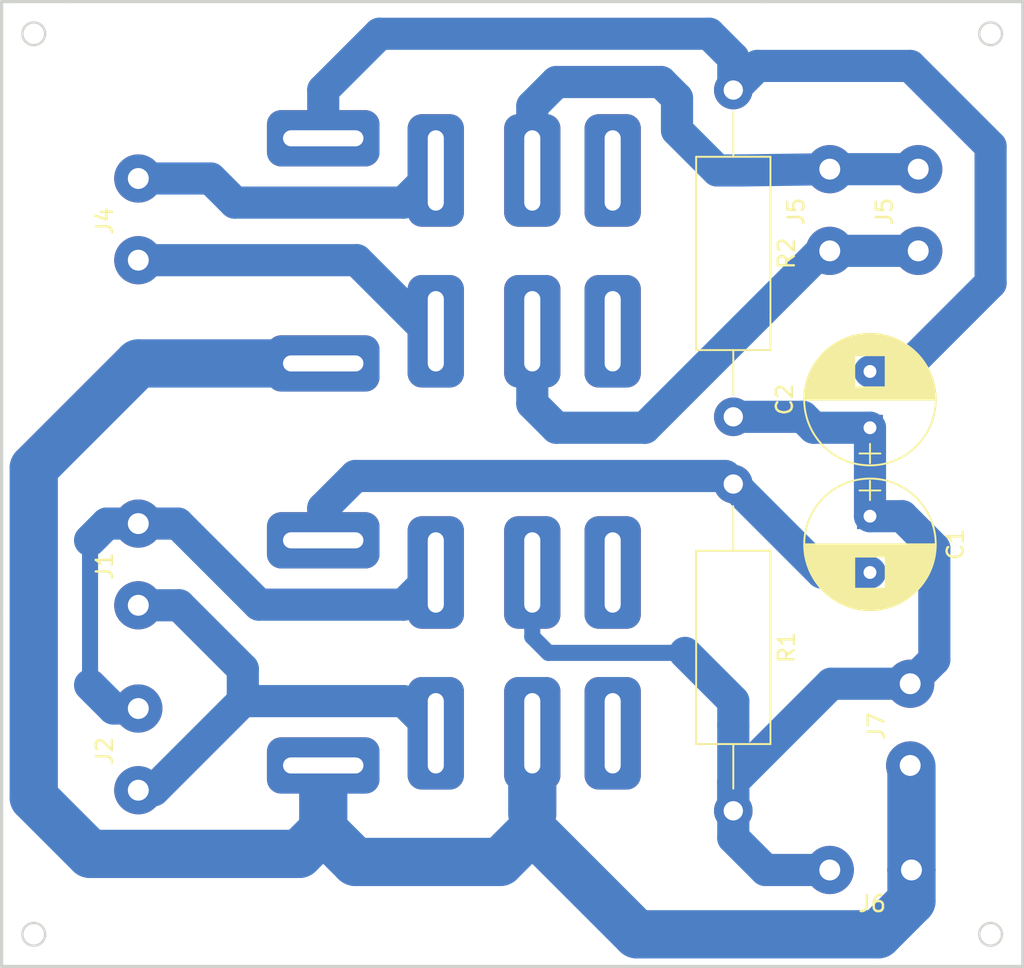
<source format=kicad_pcb>
(kicad_pcb (version 20171130) (host pcbnew "(5.0.0)")

  (general
    (thickness 1.6)
    (drawings 12)
    (tracks 94)
    (zones 0)
    (modules 13)
    (nets 13)
  )

  (page A4)
  (layers
    (0 F.Cu signal)
    (31 B.Cu signal)
    (32 B.Adhes user)
    (33 F.Adhes user)
    (34 B.Paste user)
    (35 F.Paste user)
    (36 B.SilkS user)
    (37 F.SilkS user)
    (38 B.Mask user)
    (39 F.Mask user)
    (40 Dwgs.User user)
    (41 Cmts.User user)
    (42 Eco1.User user)
    (43 Eco2.User user)
    (44 Edge.Cuts user)
    (45 Margin user)
    (46 B.CrtYd user)
    (47 F.CrtYd user)
    (48 B.Fab user)
    (49 F.Fab user)
  )

  (setup
    (last_trace_width 2)
    (user_trace_width 1)
    (user_trace_width 1.5)
    (user_trace_width 2)
    (trace_clearance 0.2)
    (zone_clearance 0.508)
    (zone_45_only no)
    (trace_min 0.2)
    (segment_width 0.2)
    (edge_width 0.15)
    (via_size 0.8)
    (via_drill 0.4)
    (via_min_size 0.4)
    (via_min_drill 0.3)
    (uvia_size 0.3)
    (uvia_drill 0.1)
    (uvias_allowed no)
    (uvia_min_size 0.2)
    (uvia_min_drill 0.1)
    (pcb_text_width 0.3)
    (pcb_text_size 1.5 1.5)
    (mod_edge_width 0.15)
    (mod_text_size 1 1)
    (mod_text_width 0.15)
    (pad_size 1.524 1.524)
    (pad_drill 0.762)
    (pad_to_mask_clearance 0.2)
    (aux_axis_origin 0 0)
    (visible_elements FFFFFF7F)
    (pcbplotparams
      (layerselection 0x00000_fffffffe)
      (usegerberextensions false)
      (usegerberattributes false)
      (usegerberadvancedattributes false)
      (creategerberjobfile false)
      (excludeedgelayer false)
      (linewidth 0.100000)
      (plotframeref false)
      (viasonmask false)
      (mode 1)
      (useauxorigin false)
      (hpglpennumber 1)
      (hpglpenspeed 20)
      (hpglpendiameter 15.000000)
      (psnegative false)
      (psa4output false)
      (plotreference false)
      (plotvalue false)
      (plotinvisibletext false)
      (padsonsilk true)
      (subtractmaskfromsilk false)
      (outputformat 3)
      (mirror false)
      (drillshape 2)
      (scaleselection 1)
      (outputdirectory "./"))
  )

  (net 0 "")
  (net 1 "Net-(C1-Pad2)")
  (net 2 VCC)
  (net 3 "Net-(C2-Pad2)")
  (net 4 "Net-(J1-Pad2)")
  (net 5 "Net-(J1-Pad1)")
  (net 6 "Net-(J3-Pad2)")
  (net 7 "Net-(J3-Pad1)")
  (net 8 "Net-(J4-Pad2)")
  (net 9 "Net-(J4-Pad1)")
  (net 10 GND)
  (net 11 "Net-(K2-Pad7)")
  (net 12 "Net-(K2-Pad2)")

  (net_class Default "This is the default net class."
    (clearance 0.2)
    (trace_width 1)
    (via_dia 0.8)
    (via_drill 0.4)
    (uvia_dia 0.3)
    (uvia_drill 0.1)
    (add_net GND)
    (add_net "Net-(C1-Pad2)")
    (add_net "Net-(C2-Pad2)")
    (add_net "Net-(J1-Pad1)")
    (add_net "Net-(J1-Pad2)")
    (add_net "Net-(J3-Pad1)")
    (add_net "Net-(J3-Pad2)")
    (add_net "Net-(J4-Pad1)")
    (add_net "Net-(J4-Pad2)")
    (add_net "Net-(K2-Pad2)")
    (add_net "Net-(K2-Pad7)")
    (add_net VCC)
  )

  (module KiCadCustomLibs:Conn_Power (layer F.Cu) (tedit 5B65F2C3) (tstamp 5CCDE1E2)
    (at 165.5 37.46 90)
    (path /5CCDB73B)
    (fp_text reference J5 (at -0.1 -2.1 90) (layer F.SilkS)
      (effects (font (size 1 1) (thickness 0.15)))
    )
    (fp_text value BAT (at 0 2.1 90) (layer F.Fab)
      (effects (font (size 1 1) (thickness 0.15)))
    )
    (pad 2 thru_hole circle (at 2.54 0 90) (size 3 3) (drill 1.3) (layers *.Cu *.Mask)
      (net 6 "Net-(J3-Pad2)"))
    (pad 1 thru_hole circle (at -2.54 0 90) (size 3 3) (drill 1.3) (layers *.Cu *.Mask)
      (net 7 "Net-(J3-Pad1)"))
  )

  (module Capacitors_THT:CP_Radial_D8.0mm_P3.50mm (layer F.Cu) (tedit 597BC7C2) (tstamp 5CCDC6EE)
    (at 168 56.5 270)
    (descr "CP, Radial series, Radial, pin pitch=3.50mm, , diameter=8mm, Electrolytic Capacitor")
    (tags "CP Radial series Radial pin pitch 3.50mm  diameter 8mm Electrolytic Capacitor")
    (path /5CCDB34B)
    (fp_text reference C1 (at 1.75 -5.31 270) (layer F.SilkS)
      (effects (font (size 1 1) (thickness 0.15)))
    )
    (fp_text value 100uF (at 1.75 5.31 270) (layer F.Fab)
      (effects (font (size 1 1) (thickness 0.15)))
    )
    (fp_text user %R (at 1.75 0 270) (layer F.Fab)
      (effects (font (size 1 1) (thickness 0.15)))
    )
    (fp_line (start 6.1 -4.35) (end -2.6 -4.35) (layer F.CrtYd) (width 0.05))
    (fp_line (start 6.1 4.35) (end 6.1 -4.35) (layer F.CrtYd) (width 0.05))
    (fp_line (start -2.6 4.35) (end 6.1 4.35) (layer F.CrtYd) (width 0.05))
    (fp_line (start -2.6 -4.35) (end -2.6 4.35) (layer F.CrtYd) (width 0.05))
    (fp_line (start -1.6 -0.65) (end -1.6 0.65) (layer F.SilkS) (width 0.12))
    (fp_line (start -2.2 0) (end -1 0) (layer F.SilkS) (width 0.12))
    (fp_line (start 5.831 -0.246) (end 5.831 0.246) (layer F.SilkS) (width 0.12))
    (fp_line (start 5.791 -0.598) (end 5.791 0.598) (layer F.SilkS) (width 0.12))
    (fp_line (start 5.751 -0.814) (end 5.751 0.814) (layer F.SilkS) (width 0.12))
    (fp_line (start 5.711 -0.983) (end 5.711 0.983) (layer F.SilkS) (width 0.12))
    (fp_line (start 5.671 -1.127) (end 5.671 1.127) (layer F.SilkS) (width 0.12))
    (fp_line (start 5.631 -1.254) (end 5.631 1.254) (layer F.SilkS) (width 0.12))
    (fp_line (start 5.591 -1.369) (end 5.591 1.369) (layer F.SilkS) (width 0.12))
    (fp_line (start 5.551 -1.473) (end 5.551 1.473) (layer F.SilkS) (width 0.12))
    (fp_line (start 5.511 -1.57) (end 5.511 1.57) (layer F.SilkS) (width 0.12))
    (fp_line (start 5.471 -1.66) (end 5.471 1.66) (layer F.SilkS) (width 0.12))
    (fp_line (start 5.431 -1.745) (end 5.431 1.745) (layer F.SilkS) (width 0.12))
    (fp_line (start 5.391 -1.826) (end 5.391 1.826) (layer F.SilkS) (width 0.12))
    (fp_line (start 5.351 -1.902) (end 5.351 1.902) (layer F.SilkS) (width 0.12))
    (fp_line (start 5.311 -1.974) (end 5.311 1.974) (layer F.SilkS) (width 0.12))
    (fp_line (start 5.271 -2.043) (end 5.271 2.043) (layer F.SilkS) (width 0.12))
    (fp_line (start 5.231 -2.109) (end 5.231 2.109) (layer F.SilkS) (width 0.12))
    (fp_line (start 5.191 -2.173) (end 5.191 2.173) (layer F.SilkS) (width 0.12))
    (fp_line (start 5.151 -2.234) (end 5.151 2.234) (layer F.SilkS) (width 0.12))
    (fp_line (start 5.111 -2.293) (end 5.111 2.293) (layer F.SilkS) (width 0.12))
    (fp_line (start 5.071 -2.349) (end 5.071 2.349) (layer F.SilkS) (width 0.12))
    (fp_line (start 5.031 -2.404) (end 5.031 2.404) (layer F.SilkS) (width 0.12))
    (fp_line (start 4.991 -2.457) (end 4.991 2.457) (layer F.SilkS) (width 0.12))
    (fp_line (start 4.951 -2.508) (end 4.951 2.508) (layer F.SilkS) (width 0.12))
    (fp_line (start 4.911 -2.557) (end 4.911 2.557) (layer F.SilkS) (width 0.12))
    (fp_line (start 4.871 -2.605) (end 4.871 2.605) (layer F.SilkS) (width 0.12))
    (fp_line (start 4.831 -2.652) (end 4.831 2.652) (layer F.SilkS) (width 0.12))
    (fp_line (start 4.791 -2.697) (end 4.791 2.697) (layer F.SilkS) (width 0.12))
    (fp_line (start 4.751 -2.74) (end 4.751 2.74) (layer F.SilkS) (width 0.12))
    (fp_line (start 4.711 -2.783) (end 4.711 2.783) (layer F.SilkS) (width 0.12))
    (fp_line (start 4.671 -2.824) (end 4.671 2.824) (layer F.SilkS) (width 0.12))
    (fp_line (start 4.631 -2.865) (end 4.631 2.865) (layer F.SilkS) (width 0.12))
    (fp_line (start 4.591 -2.904) (end 4.591 2.904) (layer F.SilkS) (width 0.12))
    (fp_line (start 4.551 -2.942) (end 4.551 2.942) (layer F.SilkS) (width 0.12))
    (fp_line (start 4.511 -2.979) (end 4.511 2.979) (layer F.SilkS) (width 0.12))
    (fp_line (start 4.471 0.98) (end 4.471 3.015) (layer F.SilkS) (width 0.12))
    (fp_line (start 4.471 -3.015) (end 4.471 -0.98) (layer F.SilkS) (width 0.12))
    (fp_line (start 4.431 0.98) (end 4.431 3.05) (layer F.SilkS) (width 0.12))
    (fp_line (start 4.431 -3.05) (end 4.431 -0.98) (layer F.SilkS) (width 0.12))
    (fp_line (start 4.391 0.98) (end 4.391 3.084) (layer F.SilkS) (width 0.12))
    (fp_line (start 4.391 -3.084) (end 4.391 -0.98) (layer F.SilkS) (width 0.12))
    (fp_line (start 4.351 0.98) (end 4.351 3.118) (layer F.SilkS) (width 0.12))
    (fp_line (start 4.351 -3.118) (end 4.351 -0.98) (layer F.SilkS) (width 0.12))
    (fp_line (start 4.311 0.98) (end 4.311 3.15) (layer F.SilkS) (width 0.12))
    (fp_line (start 4.311 -3.15) (end 4.311 -0.98) (layer F.SilkS) (width 0.12))
    (fp_line (start 4.271 0.98) (end 4.271 3.182) (layer F.SilkS) (width 0.12))
    (fp_line (start 4.271 -3.182) (end 4.271 -0.98) (layer F.SilkS) (width 0.12))
    (fp_line (start 4.231 0.98) (end 4.231 3.213) (layer F.SilkS) (width 0.12))
    (fp_line (start 4.231 -3.213) (end 4.231 -0.98) (layer F.SilkS) (width 0.12))
    (fp_line (start 4.191 0.98) (end 4.191 3.243) (layer F.SilkS) (width 0.12))
    (fp_line (start 4.191 -3.243) (end 4.191 -0.98) (layer F.SilkS) (width 0.12))
    (fp_line (start 4.151 0.98) (end 4.151 3.272) (layer F.SilkS) (width 0.12))
    (fp_line (start 4.151 -3.272) (end 4.151 -0.98) (layer F.SilkS) (width 0.12))
    (fp_line (start 4.111 0.98) (end 4.111 3.301) (layer F.SilkS) (width 0.12))
    (fp_line (start 4.111 -3.301) (end 4.111 -0.98) (layer F.SilkS) (width 0.12))
    (fp_line (start 4.071 0.98) (end 4.071 3.329) (layer F.SilkS) (width 0.12))
    (fp_line (start 4.071 -3.329) (end 4.071 -0.98) (layer F.SilkS) (width 0.12))
    (fp_line (start 4.031 0.98) (end 4.031 3.356) (layer F.SilkS) (width 0.12))
    (fp_line (start 4.031 -3.356) (end 4.031 -0.98) (layer F.SilkS) (width 0.12))
    (fp_line (start 3.991 0.98) (end 3.991 3.383) (layer F.SilkS) (width 0.12))
    (fp_line (start 3.991 -3.383) (end 3.991 -0.98) (layer F.SilkS) (width 0.12))
    (fp_line (start 3.951 0.98) (end 3.951 3.408) (layer F.SilkS) (width 0.12))
    (fp_line (start 3.951 -3.408) (end 3.951 -0.98) (layer F.SilkS) (width 0.12))
    (fp_line (start 3.911 0.98) (end 3.911 3.434) (layer F.SilkS) (width 0.12))
    (fp_line (start 3.911 -3.434) (end 3.911 -0.98) (layer F.SilkS) (width 0.12))
    (fp_line (start 3.871 0.98) (end 3.871 3.458) (layer F.SilkS) (width 0.12))
    (fp_line (start 3.871 -3.458) (end 3.871 -0.98) (layer F.SilkS) (width 0.12))
    (fp_line (start 3.831 0.98) (end 3.831 3.482) (layer F.SilkS) (width 0.12))
    (fp_line (start 3.831 -3.482) (end 3.831 -0.98) (layer F.SilkS) (width 0.12))
    (fp_line (start 3.791 0.98) (end 3.791 3.505) (layer F.SilkS) (width 0.12))
    (fp_line (start 3.791 -3.505) (end 3.791 -0.98) (layer F.SilkS) (width 0.12))
    (fp_line (start 3.751 0.98) (end 3.751 3.528) (layer F.SilkS) (width 0.12))
    (fp_line (start 3.751 -3.528) (end 3.751 -0.98) (layer F.SilkS) (width 0.12))
    (fp_line (start 3.711 0.98) (end 3.711 3.55) (layer F.SilkS) (width 0.12))
    (fp_line (start 3.711 -3.55) (end 3.711 -0.98) (layer F.SilkS) (width 0.12))
    (fp_line (start 3.671 0.98) (end 3.671 3.572) (layer F.SilkS) (width 0.12))
    (fp_line (start 3.671 -3.572) (end 3.671 -0.98) (layer F.SilkS) (width 0.12))
    (fp_line (start 3.631 0.98) (end 3.631 3.593) (layer F.SilkS) (width 0.12))
    (fp_line (start 3.631 -3.593) (end 3.631 -0.98) (layer F.SilkS) (width 0.12))
    (fp_line (start 3.591 0.98) (end 3.591 3.613) (layer F.SilkS) (width 0.12))
    (fp_line (start 3.591 -3.613) (end 3.591 -0.98) (layer F.SilkS) (width 0.12))
    (fp_line (start 3.551 0.98) (end 3.551 3.633) (layer F.SilkS) (width 0.12))
    (fp_line (start 3.551 -3.633) (end 3.551 -0.98) (layer F.SilkS) (width 0.12))
    (fp_line (start 3.511 0.98) (end 3.511 3.652) (layer F.SilkS) (width 0.12))
    (fp_line (start 3.511 -3.652) (end 3.511 -0.98) (layer F.SilkS) (width 0.12))
    (fp_line (start 3.471 0.98) (end 3.471 3.671) (layer F.SilkS) (width 0.12))
    (fp_line (start 3.471 -3.671) (end 3.471 -0.98) (layer F.SilkS) (width 0.12))
    (fp_line (start 3.431 0.98) (end 3.431 3.69) (layer F.SilkS) (width 0.12))
    (fp_line (start 3.431 -3.69) (end 3.431 -0.98) (layer F.SilkS) (width 0.12))
    (fp_line (start 3.391 0.98) (end 3.391 3.707) (layer F.SilkS) (width 0.12))
    (fp_line (start 3.391 -3.707) (end 3.391 -0.98) (layer F.SilkS) (width 0.12))
    (fp_line (start 3.351 0.98) (end 3.351 3.725) (layer F.SilkS) (width 0.12))
    (fp_line (start 3.351 -3.725) (end 3.351 -0.98) (layer F.SilkS) (width 0.12))
    (fp_line (start 3.311 0.98) (end 3.311 3.741) (layer F.SilkS) (width 0.12))
    (fp_line (start 3.311 -3.741) (end 3.311 -0.98) (layer F.SilkS) (width 0.12))
    (fp_line (start 3.271 0.98) (end 3.271 3.758) (layer F.SilkS) (width 0.12))
    (fp_line (start 3.271 -3.758) (end 3.271 -0.98) (layer F.SilkS) (width 0.12))
    (fp_line (start 3.231 0.98) (end 3.231 3.773) (layer F.SilkS) (width 0.12))
    (fp_line (start 3.231 -3.773) (end 3.231 -0.98) (layer F.SilkS) (width 0.12))
    (fp_line (start 3.191 0.98) (end 3.191 3.789) (layer F.SilkS) (width 0.12))
    (fp_line (start 3.191 -3.789) (end 3.191 -0.98) (layer F.SilkS) (width 0.12))
    (fp_line (start 3.151 0.98) (end 3.151 3.803) (layer F.SilkS) (width 0.12))
    (fp_line (start 3.151 -3.803) (end 3.151 -0.98) (layer F.SilkS) (width 0.12))
    (fp_line (start 3.111 0.98) (end 3.111 3.818) (layer F.SilkS) (width 0.12))
    (fp_line (start 3.111 -3.818) (end 3.111 -0.98) (layer F.SilkS) (width 0.12))
    (fp_line (start 3.071 0.98) (end 3.071 3.832) (layer F.SilkS) (width 0.12))
    (fp_line (start 3.071 -3.832) (end 3.071 -0.98) (layer F.SilkS) (width 0.12))
    (fp_line (start 3.031 0.98) (end 3.031 3.845) (layer F.SilkS) (width 0.12))
    (fp_line (start 3.031 -3.845) (end 3.031 -0.98) (layer F.SilkS) (width 0.12))
    (fp_line (start 2.991 0.98) (end 2.991 3.858) (layer F.SilkS) (width 0.12))
    (fp_line (start 2.991 -3.858) (end 2.991 -0.98) (layer F.SilkS) (width 0.12))
    (fp_line (start 2.951 0.98) (end 2.951 3.87) (layer F.SilkS) (width 0.12))
    (fp_line (start 2.951 -3.87) (end 2.951 -0.98) (layer F.SilkS) (width 0.12))
    (fp_line (start 2.911 0.98) (end 2.911 3.883) (layer F.SilkS) (width 0.12))
    (fp_line (start 2.911 -3.883) (end 2.911 -0.98) (layer F.SilkS) (width 0.12))
    (fp_line (start 2.871 0.98) (end 2.871 3.894) (layer F.SilkS) (width 0.12))
    (fp_line (start 2.871 -3.894) (end 2.871 -0.98) (layer F.SilkS) (width 0.12))
    (fp_line (start 2.831 0.98) (end 2.831 3.905) (layer F.SilkS) (width 0.12))
    (fp_line (start 2.831 -3.905) (end 2.831 -0.98) (layer F.SilkS) (width 0.12))
    (fp_line (start 2.791 0.98) (end 2.791 3.916) (layer F.SilkS) (width 0.12))
    (fp_line (start 2.791 -3.916) (end 2.791 -0.98) (layer F.SilkS) (width 0.12))
    (fp_line (start 2.751 0.98) (end 2.751 3.926) (layer F.SilkS) (width 0.12))
    (fp_line (start 2.751 -3.926) (end 2.751 -0.98) (layer F.SilkS) (width 0.12))
    (fp_line (start 2.711 0.98) (end 2.711 3.936) (layer F.SilkS) (width 0.12))
    (fp_line (start 2.711 -3.936) (end 2.711 -0.98) (layer F.SilkS) (width 0.12))
    (fp_line (start 2.671 0.98) (end 2.671 3.946) (layer F.SilkS) (width 0.12))
    (fp_line (start 2.671 -3.946) (end 2.671 -0.98) (layer F.SilkS) (width 0.12))
    (fp_line (start 2.631 0.98) (end 2.631 3.955) (layer F.SilkS) (width 0.12))
    (fp_line (start 2.631 -3.955) (end 2.631 -0.98) (layer F.SilkS) (width 0.12))
    (fp_line (start 2.591 0.98) (end 2.591 3.963) (layer F.SilkS) (width 0.12))
    (fp_line (start 2.591 -3.963) (end 2.591 -0.98) (layer F.SilkS) (width 0.12))
    (fp_line (start 2.551 0.98) (end 2.551 3.971) (layer F.SilkS) (width 0.12))
    (fp_line (start 2.551 -3.971) (end 2.551 -0.98) (layer F.SilkS) (width 0.12))
    (fp_line (start 2.511 -3.979) (end 2.511 3.979) (layer F.SilkS) (width 0.12))
    (fp_line (start 2.471 -3.987) (end 2.471 3.987) (layer F.SilkS) (width 0.12))
    (fp_line (start 2.43 -3.994) (end 2.43 3.994) (layer F.SilkS) (width 0.12))
    (fp_line (start 2.39 -4) (end 2.39 4) (layer F.SilkS) (width 0.12))
    (fp_line (start 2.35 -4.006) (end 2.35 4.006) (layer F.SilkS) (width 0.12))
    (fp_line (start 2.31 -4.012) (end 2.31 4.012) (layer F.SilkS) (width 0.12))
    (fp_line (start 2.27 -4.017) (end 2.27 4.017) (layer F.SilkS) (width 0.12))
    (fp_line (start 2.23 -4.022) (end 2.23 4.022) (layer F.SilkS) (width 0.12))
    (fp_line (start 2.19 -4.027) (end 2.19 4.027) (layer F.SilkS) (width 0.12))
    (fp_line (start 2.15 -4.031) (end 2.15 4.031) (layer F.SilkS) (width 0.12))
    (fp_line (start 2.11 -4.035) (end 2.11 4.035) (layer F.SilkS) (width 0.12))
    (fp_line (start 2.07 -4.038) (end 2.07 4.038) (layer F.SilkS) (width 0.12))
    (fp_line (start 2.03 -4.041) (end 2.03 4.041) (layer F.SilkS) (width 0.12))
    (fp_line (start 1.99 -4.043) (end 1.99 4.043) (layer F.SilkS) (width 0.12))
    (fp_line (start 1.95 -4.046) (end 1.95 4.046) (layer F.SilkS) (width 0.12))
    (fp_line (start 1.91 -4.047) (end 1.91 4.047) (layer F.SilkS) (width 0.12))
    (fp_line (start 1.87 -4.049) (end 1.87 4.049) (layer F.SilkS) (width 0.12))
    (fp_line (start 1.83 -4.05) (end 1.83 4.05) (layer F.SilkS) (width 0.12))
    (fp_line (start 1.79 -4.05) (end 1.79 4.05) (layer F.SilkS) (width 0.12))
    (fp_line (start 1.75 -4.05) (end 1.75 4.05) (layer F.SilkS) (width 0.12))
    (fp_line (start -1.6 -0.65) (end -1.6 0.65) (layer F.Fab) (width 0.1))
    (fp_line (start -2.2 0) (end -1 0) (layer F.Fab) (width 0.1))
    (fp_circle (center 1.75 0) (end 5.84 0) (layer F.SilkS) (width 0.12))
    (fp_circle (center 1.75 0) (end 5.75 0) (layer F.Fab) (width 0.1))
    (pad 2 thru_hole circle (at 3.5 0 270) (size 1.6 1.6) (drill 0.8) (layers *.Cu *.Mask)
      (net 1 "Net-(C1-Pad2)"))
    (pad 1 thru_hole rect (at 0 0 270) (size 1.6 1.6) (drill 0.8) (layers *.Cu *.Mask)
      (net 2 VCC))
    (model ${KISYS3DMOD}/Capacitors_THT.3dshapes/CP_Radial_D8.0mm_P3.50mm.wrl
      (at (xyz 0 0 0))
      (scale (xyz 1 1 1))
      (rotate (xyz 0 0 0))
    )
  )

  (module Capacitors_THT:CP_Radial_D8.0mm_P3.50mm (layer F.Cu) (tedit 597BC7C2) (tstamp 5CCDC797)
    (at 168 51 90)
    (descr "CP, Radial series, Radial, pin pitch=3.50mm, , diameter=8mm, Electrolytic Capacitor")
    (tags "CP Radial series Radial pin pitch 3.50mm  diameter 8mm Electrolytic Capacitor")
    (path /5CCDB3DF)
    (fp_text reference C2 (at 1.75 -5.31 90) (layer F.SilkS)
      (effects (font (size 1 1) (thickness 0.15)))
    )
    (fp_text value 100uF (at 1.75 5.31 90) (layer F.Fab)
      (effects (font (size 1 1) (thickness 0.15)))
    )
    (fp_circle (center 1.75 0) (end 5.75 0) (layer F.Fab) (width 0.1))
    (fp_circle (center 1.75 0) (end 5.84 0) (layer F.SilkS) (width 0.12))
    (fp_line (start -2.2 0) (end -1 0) (layer F.Fab) (width 0.1))
    (fp_line (start -1.6 -0.65) (end -1.6 0.65) (layer F.Fab) (width 0.1))
    (fp_line (start 1.75 -4.05) (end 1.75 4.05) (layer F.SilkS) (width 0.12))
    (fp_line (start 1.79 -4.05) (end 1.79 4.05) (layer F.SilkS) (width 0.12))
    (fp_line (start 1.83 -4.05) (end 1.83 4.05) (layer F.SilkS) (width 0.12))
    (fp_line (start 1.87 -4.049) (end 1.87 4.049) (layer F.SilkS) (width 0.12))
    (fp_line (start 1.91 -4.047) (end 1.91 4.047) (layer F.SilkS) (width 0.12))
    (fp_line (start 1.95 -4.046) (end 1.95 4.046) (layer F.SilkS) (width 0.12))
    (fp_line (start 1.99 -4.043) (end 1.99 4.043) (layer F.SilkS) (width 0.12))
    (fp_line (start 2.03 -4.041) (end 2.03 4.041) (layer F.SilkS) (width 0.12))
    (fp_line (start 2.07 -4.038) (end 2.07 4.038) (layer F.SilkS) (width 0.12))
    (fp_line (start 2.11 -4.035) (end 2.11 4.035) (layer F.SilkS) (width 0.12))
    (fp_line (start 2.15 -4.031) (end 2.15 4.031) (layer F.SilkS) (width 0.12))
    (fp_line (start 2.19 -4.027) (end 2.19 4.027) (layer F.SilkS) (width 0.12))
    (fp_line (start 2.23 -4.022) (end 2.23 4.022) (layer F.SilkS) (width 0.12))
    (fp_line (start 2.27 -4.017) (end 2.27 4.017) (layer F.SilkS) (width 0.12))
    (fp_line (start 2.31 -4.012) (end 2.31 4.012) (layer F.SilkS) (width 0.12))
    (fp_line (start 2.35 -4.006) (end 2.35 4.006) (layer F.SilkS) (width 0.12))
    (fp_line (start 2.39 -4) (end 2.39 4) (layer F.SilkS) (width 0.12))
    (fp_line (start 2.43 -3.994) (end 2.43 3.994) (layer F.SilkS) (width 0.12))
    (fp_line (start 2.471 -3.987) (end 2.471 3.987) (layer F.SilkS) (width 0.12))
    (fp_line (start 2.511 -3.979) (end 2.511 3.979) (layer F.SilkS) (width 0.12))
    (fp_line (start 2.551 -3.971) (end 2.551 -0.98) (layer F.SilkS) (width 0.12))
    (fp_line (start 2.551 0.98) (end 2.551 3.971) (layer F.SilkS) (width 0.12))
    (fp_line (start 2.591 -3.963) (end 2.591 -0.98) (layer F.SilkS) (width 0.12))
    (fp_line (start 2.591 0.98) (end 2.591 3.963) (layer F.SilkS) (width 0.12))
    (fp_line (start 2.631 -3.955) (end 2.631 -0.98) (layer F.SilkS) (width 0.12))
    (fp_line (start 2.631 0.98) (end 2.631 3.955) (layer F.SilkS) (width 0.12))
    (fp_line (start 2.671 -3.946) (end 2.671 -0.98) (layer F.SilkS) (width 0.12))
    (fp_line (start 2.671 0.98) (end 2.671 3.946) (layer F.SilkS) (width 0.12))
    (fp_line (start 2.711 -3.936) (end 2.711 -0.98) (layer F.SilkS) (width 0.12))
    (fp_line (start 2.711 0.98) (end 2.711 3.936) (layer F.SilkS) (width 0.12))
    (fp_line (start 2.751 -3.926) (end 2.751 -0.98) (layer F.SilkS) (width 0.12))
    (fp_line (start 2.751 0.98) (end 2.751 3.926) (layer F.SilkS) (width 0.12))
    (fp_line (start 2.791 -3.916) (end 2.791 -0.98) (layer F.SilkS) (width 0.12))
    (fp_line (start 2.791 0.98) (end 2.791 3.916) (layer F.SilkS) (width 0.12))
    (fp_line (start 2.831 -3.905) (end 2.831 -0.98) (layer F.SilkS) (width 0.12))
    (fp_line (start 2.831 0.98) (end 2.831 3.905) (layer F.SilkS) (width 0.12))
    (fp_line (start 2.871 -3.894) (end 2.871 -0.98) (layer F.SilkS) (width 0.12))
    (fp_line (start 2.871 0.98) (end 2.871 3.894) (layer F.SilkS) (width 0.12))
    (fp_line (start 2.911 -3.883) (end 2.911 -0.98) (layer F.SilkS) (width 0.12))
    (fp_line (start 2.911 0.98) (end 2.911 3.883) (layer F.SilkS) (width 0.12))
    (fp_line (start 2.951 -3.87) (end 2.951 -0.98) (layer F.SilkS) (width 0.12))
    (fp_line (start 2.951 0.98) (end 2.951 3.87) (layer F.SilkS) (width 0.12))
    (fp_line (start 2.991 -3.858) (end 2.991 -0.98) (layer F.SilkS) (width 0.12))
    (fp_line (start 2.991 0.98) (end 2.991 3.858) (layer F.SilkS) (width 0.12))
    (fp_line (start 3.031 -3.845) (end 3.031 -0.98) (layer F.SilkS) (width 0.12))
    (fp_line (start 3.031 0.98) (end 3.031 3.845) (layer F.SilkS) (width 0.12))
    (fp_line (start 3.071 -3.832) (end 3.071 -0.98) (layer F.SilkS) (width 0.12))
    (fp_line (start 3.071 0.98) (end 3.071 3.832) (layer F.SilkS) (width 0.12))
    (fp_line (start 3.111 -3.818) (end 3.111 -0.98) (layer F.SilkS) (width 0.12))
    (fp_line (start 3.111 0.98) (end 3.111 3.818) (layer F.SilkS) (width 0.12))
    (fp_line (start 3.151 -3.803) (end 3.151 -0.98) (layer F.SilkS) (width 0.12))
    (fp_line (start 3.151 0.98) (end 3.151 3.803) (layer F.SilkS) (width 0.12))
    (fp_line (start 3.191 -3.789) (end 3.191 -0.98) (layer F.SilkS) (width 0.12))
    (fp_line (start 3.191 0.98) (end 3.191 3.789) (layer F.SilkS) (width 0.12))
    (fp_line (start 3.231 -3.773) (end 3.231 -0.98) (layer F.SilkS) (width 0.12))
    (fp_line (start 3.231 0.98) (end 3.231 3.773) (layer F.SilkS) (width 0.12))
    (fp_line (start 3.271 -3.758) (end 3.271 -0.98) (layer F.SilkS) (width 0.12))
    (fp_line (start 3.271 0.98) (end 3.271 3.758) (layer F.SilkS) (width 0.12))
    (fp_line (start 3.311 -3.741) (end 3.311 -0.98) (layer F.SilkS) (width 0.12))
    (fp_line (start 3.311 0.98) (end 3.311 3.741) (layer F.SilkS) (width 0.12))
    (fp_line (start 3.351 -3.725) (end 3.351 -0.98) (layer F.SilkS) (width 0.12))
    (fp_line (start 3.351 0.98) (end 3.351 3.725) (layer F.SilkS) (width 0.12))
    (fp_line (start 3.391 -3.707) (end 3.391 -0.98) (layer F.SilkS) (width 0.12))
    (fp_line (start 3.391 0.98) (end 3.391 3.707) (layer F.SilkS) (width 0.12))
    (fp_line (start 3.431 -3.69) (end 3.431 -0.98) (layer F.SilkS) (width 0.12))
    (fp_line (start 3.431 0.98) (end 3.431 3.69) (layer F.SilkS) (width 0.12))
    (fp_line (start 3.471 -3.671) (end 3.471 -0.98) (layer F.SilkS) (width 0.12))
    (fp_line (start 3.471 0.98) (end 3.471 3.671) (layer F.SilkS) (width 0.12))
    (fp_line (start 3.511 -3.652) (end 3.511 -0.98) (layer F.SilkS) (width 0.12))
    (fp_line (start 3.511 0.98) (end 3.511 3.652) (layer F.SilkS) (width 0.12))
    (fp_line (start 3.551 -3.633) (end 3.551 -0.98) (layer F.SilkS) (width 0.12))
    (fp_line (start 3.551 0.98) (end 3.551 3.633) (layer F.SilkS) (width 0.12))
    (fp_line (start 3.591 -3.613) (end 3.591 -0.98) (layer F.SilkS) (width 0.12))
    (fp_line (start 3.591 0.98) (end 3.591 3.613) (layer F.SilkS) (width 0.12))
    (fp_line (start 3.631 -3.593) (end 3.631 -0.98) (layer F.SilkS) (width 0.12))
    (fp_line (start 3.631 0.98) (end 3.631 3.593) (layer F.SilkS) (width 0.12))
    (fp_line (start 3.671 -3.572) (end 3.671 -0.98) (layer F.SilkS) (width 0.12))
    (fp_line (start 3.671 0.98) (end 3.671 3.572) (layer F.SilkS) (width 0.12))
    (fp_line (start 3.711 -3.55) (end 3.711 -0.98) (layer F.SilkS) (width 0.12))
    (fp_line (start 3.711 0.98) (end 3.711 3.55) (layer F.SilkS) (width 0.12))
    (fp_line (start 3.751 -3.528) (end 3.751 -0.98) (layer F.SilkS) (width 0.12))
    (fp_line (start 3.751 0.98) (end 3.751 3.528) (layer F.SilkS) (width 0.12))
    (fp_line (start 3.791 -3.505) (end 3.791 -0.98) (layer F.SilkS) (width 0.12))
    (fp_line (start 3.791 0.98) (end 3.791 3.505) (layer F.SilkS) (width 0.12))
    (fp_line (start 3.831 -3.482) (end 3.831 -0.98) (layer F.SilkS) (width 0.12))
    (fp_line (start 3.831 0.98) (end 3.831 3.482) (layer F.SilkS) (width 0.12))
    (fp_line (start 3.871 -3.458) (end 3.871 -0.98) (layer F.SilkS) (width 0.12))
    (fp_line (start 3.871 0.98) (end 3.871 3.458) (layer F.SilkS) (width 0.12))
    (fp_line (start 3.911 -3.434) (end 3.911 -0.98) (layer F.SilkS) (width 0.12))
    (fp_line (start 3.911 0.98) (end 3.911 3.434) (layer F.SilkS) (width 0.12))
    (fp_line (start 3.951 -3.408) (end 3.951 -0.98) (layer F.SilkS) (width 0.12))
    (fp_line (start 3.951 0.98) (end 3.951 3.408) (layer F.SilkS) (width 0.12))
    (fp_line (start 3.991 -3.383) (end 3.991 -0.98) (layer F.SilkS) (width 0.12))
    (fp_line (start 3.991 0.98) (end 3.991 3.383) (layer F.SilkS) (width 0.12))
    (fp_line (start 4.031 -3.356) (end 4.031 -0.98) (layer F.SilkS) (width 0.12))
    (fp_line (start 4.031 0.98) (end 4.031 3.356) (layer F.SilkS) (width 0.12))
    (fp_line (start 4.071 -3.329) (end 4.071 -0.98) (layer F.SilkS) (width 0.12))
    (fp_line (start 4.071 0.98) (end 4.071 3.329) (layer F.SilkS) (width 0.12))
    (fp_line (start 4.111 -3.301) (end 4.111 -0.98) (layer F.SilkS) (width 0.12))
    (fp_line (start 4.111 0.98) (end 4.111 3.301) (layer F.SilkS) (width 0.12))
    (fp_line (start 4.151 -3.272) (end 4.151 -0.98) (layer F.SilkS) (width 0.12))
    (fp_line (start 4.151 0.98) (end 4.151 3.272) (layer F.SilkS) (width 0.12))
    (fp_line (start 4.191 -3.243) (end 4.191 -0.98) (layer F.SilkS) (width 0.12))
    (fp_line (start 4.191 0.98) (end 4.191 3.243) (layer F.SilkS) (width 0.12))
    (fp_line (start 4.231 -3.213) (end 4.231 -0.98) (layer F.SilkS) (width 0.12))
    (fp_line (start 4.231 0.98) (end 4.231 3.213) (layer F.SilkS) (width 0.12))
    (fp_line (start 4.271 -3.182) (end 4.271 -0.98) (layer F.SilkS) (width 0.12))
    (fp_line (start 4.271 0.98) (end 4.271 3.182) (layer F.SilkS) (width 0.12))
    (fp_line (start 4.311 -3.15) (end 4.311 -0.98) (layer F.SilkS) (width 0.12))
    (fp_line (start 4.311 0.98) (end 4.311 3.15) (layer F.SilkS) (width 0.12))
    (fp_line (start 4.351 -3.118) (end 4.351 -0.98) (layer F.SilkS) (width 0.12))
    (fp_line (start 4.351 0.98) (end 4.351 3.118) (layer F.SilkS) (width 0.12))
    (fp_line (start 4.391 -3.084) (end 4.391 -0.98) (layer F.SilkS) (width 0.12))
    (fp_line (start 4.391 0.98) (end 4.391 3.084) (layer F.SilkS) (width 0.12))
    (fp_line (start 4.431 -3.05) (end 4.431 -0.98) (layer F.SilkS) (width 0.12))
    (fp_line (start 4.431 0.98) (end 4.431 3.05) (layer F.SilkS) (width 0.12))
    (fp_line (start 4.471 -3.015) (end 4.471 -0.98) (layer F.SilkS) (width 0.12))
    (fp_line (start 4.471 0.98) (end 4.471 3.015) (layer F.SilkS) (width 0.12))
    (fp_line (start 4.511 -2.979) (end 4.511 2.979) (layer F.SilkS) (width 0.12))
    (fp_line (start 4.551 -2.942) (end 4.551 2.942) (layer F.SilkS) (width 0.12))
    (fp_line (start 4.591 -2.904) (end 4.591 2.904) (layer F.SilkS) (width 0.12))
    (fp_line (start 4.631 -2.865) (end 4.631 2.865) (layer F.SilkS) (width 0.12))
    (fp_line (start 4.671 -2.824) (end 4.671 2.824) (layer F.SilkS) (width 0.12))
    (fp_line (start 4.711 -2.783) (end 4.711 2.783) (layer F.SilkS) (width 0.12))
    (fp_line (start 4.751 -2.74) (end 4.751 2.74) (layer F.SilkS) (width 0.12))
    (fp_line (start 4.791 -2.697) (end 4.791 2.697) (layer F.SilkS) (width 0.12))
    (fp_line (start 4.831 -2.652) (end 4.831 2.652) (layer F.SilkS) (width 0.12))
    (fp_line (start 4.871 -2.605) (end 4.871 2.605) (layer F.SilkS) (width 0.12))
    (fp_line (start 4.911 -2.557) (end 4.911 2.557) (layer F.SilkS) (width 0.12))
    (fp_line (start 4.951 -2.508) (end 4.951 2.508) (layer F.SilkS) (width 0.12))
    (fp_line (start 4.991 -2.457) (end 4.991 2.457) (layer F.SilkS) (width 0.12))
    (fp_line (start 5.031 -2.404) (end 5.031 2.404) (layer F.SilkS) (width 0.12))
    (fp_line (start 5.071 -2.349) (end 5.071 2.349) (layer F.SilkS) (width 0.12))
    (fp_line (start 5.111 -2.293) (end 5.111 2.293) (layer F.SilkS) (width 0.12))
    (fp_line (start 5.151 -2.234) (end 5.151 2.234) (layer F.SilkS) (width 0.12))
    (fp_line (start 5.191 -2.173) (end 5.191 2.173) (layer F.SilkS) (width 0.12))
    (fp_line (start 5.231 -2.109) (end 5.231 2.109) (layer F.SilkS) (width 0.12))
    (fp_line (start 5.271 -2.043) (end 5.271 2.043) (layer F.SilkS) (width 0.12))
    (fp_line (start 5.311 -1.974) (end 5.311 1.974) (layer F.SilkS) (width 0.12))
    (fp_line (start 5.351 -1.902) (end 5.351 1.902) (layer F.SilkS) (width 0.12))
    (fp_line (start 5.391 -1.826) (end 5.391 1.826) (layer F.SilkS) (width 0.12))
    (fp_line (start 5.431 -1.745) (end 5.431 1.745) (layer F.SilkS) (width 0.12))
    (fp_line (start 5.471 -1.66) (end 5.471 1.66) (layer F.SilkS) (width 0.12))
    (fp_line (start 5.511 -1.57) (end 5.511 1.57) (layer F.SilkS) (width 0.12))
    (fp_line (start 5.551 -1.473) (end 5.551 1.473) (layer F.SilkS) (width 0.12))
    (fp_line (start 5.591 -1.369) (end 5.591 1.369) (layer F.SilkS) (width 0.12))
    (fp_line (start 5.631 -1.254) (end 5.631 1.254) (layer F.SilkS) (width 0.12))
    (fp_line (start 5.671 -1.127) (end 5.671 1.127) (layer F.SilkS) (width 0.12))
    (fp_line (start 5.711 -0.983) (end 5.711 0.983) (layer F.SilkS) (width 0.12))
    (fp_line (start 5.751 -0.814) (end 5.751 0.814) (layer F.SilkS) (width 0.12))
    (fp_line (start 5.791 -0.598) (end 5.791 0.598) (layer F.SilkS) (width 0.12))
    (fp_line (start 5.831 -0.246) (end 5.831 0.246) (layer F.SilkS) (width 0.12))
    (fp_line (start -2.2 0) (end -1 0) (layer F.SilkS) (width 0.12))
    (fp_line (start -1.6 -0.65) (end -1.6 0.65) (layer F.SilkS) (width 0.12))
    (fp_line (start -2.6 -4.35) (end -2.6 4.35) (layer F.CrtYd) (width 0.05))
    (fp_line (start -2.6 4.35) (end 6.1 4.35) (layer F.CrtYd) (width 0.05))
    (fp_line (start 6.1 4.35) (end 6.1 -4.35) (layer F.CrtYd) (width 0.05))
    (fp_line (start 6.1 -4.35) (end -2.6 -4.35) (layer F.CrtYd) (width 0.05))
    (fp_text user %R (at 1.75 0 90) (layer F.Fab)
      (effects (font (size 1 1) (thickness 0.15)))
    )
    (pad 1 thru_hole rect (at 0 0 90) (size 1.6 1.6) (drill 0.8) (layers *.Cu *.Mask)
      (net 2 VCC))
    (pad 2 thru_hole circle (at 3.5 0 90) (size 1.6 1.6) (drill 0.8) (layers *.Cu *.Mask)
      (net 3 "Net-(C2-Pad2)"))
    (model ${KISYS3DMOD}/Capacitors_THT.3dshapes/CP_Radial_D8.0mm_P3.50mm.wrl
      (at (xyz 0 0 0))
      (scale (xyz 1 1 1))
      (rotate (xyz 0 0 0))
    )
  )

  (module KiCadCustomLibs:Conn_Power (layer F.Cu) (tedit 5B65F2C3) (tstamp 5CCDC79D)
    (at 122.5 59.5 90)
    (path /5CCDB6E3)
    (fp_text reference J1 (at -0.1 -2.1 90) (layer F.SilkS)
      (effects (font (size 1 1) (thickness 0.15)))
    )
    (fp_text value AMP1 (at 0 2.1 90) (layer F.Fab)
      (effects (font (size 1 1) (thickness 0.15)))
    )
    (pad 2 thru_hole circle (at 2.54 0 90) (size 3 3) (drill 1.3) (layers *.Cu *.Mask)
      (net 4 "Net-(J1-Pad2)"))
    (pad 1 thru_hole circle (at -2.54 0 90) (size 3 3) (drill 1.3) (layers *.Cu *.Mask)
      (net 5 "Net-(J1-Pad1)"))
  )

  (module KiCadCustomLibs:Conn_Power (layer F.Cu) (tedit 5B65F2C3) (tstamp 5CCDC7A3)
    (at 122.5 71 90)
    (path /5CCDB605)
    (fp_text reference J2 (at -0.1 -2.1 90) (layer F.SilkS)
      (effects (font (size 1 1) (thickness 0.15)))
    )
    (fp_text value AMP2 (at 0 2.1 90) (layer F.Fab)
      (effects (font (size 1 1) (thickness 0.15)))
    )
    (pad 1 thru_hole circle (at -2.54 0 90) (size 3 3) (drill 1.3) (layers *.Cu *.Mask)
      (net 5 "Net-(J1-Pad1)"))
    (pad 2 thru_hole circle (at 2.54 0 90) (size 3 3) (drill 1.3) (layers *.Cu *.Mask)
      (net 4 "Net-(J1-Pad2)"))
  )

  (module KiCadCustomLibs:Conn_Power (layer F.Cu) (tedit 5B65F2C3) (tstamp 5CCDC7BF)
    (at 122.5 38.04 90)
    (path /5CCDB829)
    (fp_text reference J4 (at -0.1 -2.1 90) (layer F.SilkS)
      (effects (font (size 1 1) (thickness 0.15)))
    )
    (fp_text value CHG_OUT (at 0 2.1 90) (layer F.Fab)
      (effects (font (size 1 1) (thickness 0.15)))
    )
    (pad 2 thru_hole circle (at 2.54 0 90) (size 3 3) (drill 1.3) (layers *.Cu *.Mask)
      (net 8 "Net-(J4-Pad2)"))
    (pad 1 thru_hole circle (at -2.54 0 90) (size 3 3) (drill 1.3) (layers *.Cu *.Mask)
      (net 9 "Net-(J4-Pad1)"))
  )

  (module KiCadCustomLibs:Conn_Power (layer F.Cu) (tedit 5B65F2C3) (tstamp 5CCDC7C5)
    (at 171 37.46 90)
    (path /5CCDB73B)
    (fp_text reference J5 (at -0.1 -2.1 90) (layer F.SilkS)
      (effects (font (size 1 1) (thickness 0.15)))
    )
    (fp_text value BAT (at 0 2.1 90) (layer F.Fab)
      (effects (font (size 1 1) (thickness 0.15)))
    )
    (pad 1 thru_hole circle (at -2.54 0 90) (size 3 3) (drill 1.3) (layers *.Cu *.Mask)
      (net 7 "Net-(J3-Pad1)"))
    (pad 2 thru_hole circle (at 2.54 0 90) (size 3 3) (drill 1.3) (layers *.Cu *.Mask)
      (net 6 "Net-(J3-Pad2)"))
  )

  (module KiCadCustomLibs:Conn_Power (layer F.Cu) (tedit 5B65F2C3) (tstamp 5CCDC7CB)
    (at 168.04 78.5 180)
    (path /5CCDB86D)
    (fp_text reference J6 (at -0.1 -2.1 180) (layer F.SilkS)
      (effects (font (size 1 1) (thickness 0.15)))
    )
    (fp_text value CHG_IN (at 0 2.1 180) (layer F.Fab)
      (effects (font (size 1 1) (thickness 0.15)))
    )
    (pad 1 thru_hole circle (at -2.54 0 180) (size 3 3) (drill 1.3) (layers *.Cu *.Mask)
      (net 10 GND))
    (pad 2 thru_hole circle (at 2.54 0 180) (size 3 3) (drill 1.3) (layers *.Cu *.Mask)
      (net 2 VCC))
  )

  (module KiCadCustomLibs:Conn_Power (layer F.Cu) (tedit 5B65F2C3) (tstamp 5CCDC7D1)
    (at 170.5 69.46 90)
    (path /5CCDB8E9)
    (fp_text reference J7 (at -0.1 -2.1 90) (layer F.SilkS)
      (effects (font (size 1 1) (thickness 0.15)))
    )
    (fp_text value V27 (at 0 2.1 90) (layer F.Fab)
      (effects (font (size 1 1) (thickness 0.15)))
    )
    (pad 2 thru_hole circle (at 2.54 0 90) (size 3 3) (drill 1.3) (layers *.Cu *.Mask)
      (net 2 VCC))
    (pad 1 thru_hole circle (at -2.54 0 90) (size 3 3) (drill 1.3) (layers *.Cu *.Mask)
      (net 10 GND))
  )

  (module KiCadCustomLibs:Relay_LY2NJ (layer F.Cu) (tedit 5CCDAEAE) (tstamp 5CCDD75E)
    (at 134 65)
    (path /5CCDB137)
    (fp_text reference K1 (at 0 0.5) (layer F.SilkS) hide
      (effects (font (size 1 1) (thickness 0.15)))
    )
    (fp_text value LY2NJ (at 0 -0.5) (layer F.Fab)
      (effects (font (size 1 1) (thickness 0.15)))
    )
    (fp_line (start -6 0) (end -6 -10.5) (layer F.Fab) (width 0.15))
    (fp_line (start -6 -10.5) (end 21.5 -10.5) (layer F.Fab) (width 0.15))
    (fp_line (start 21.5 -10.5) (end 21.5 0) (layer F.Fab) (width 0.15))
    (fp_line (start 21.5 0) (end 21.5 10.5) (layer F.Fab) (width 0.15))
    (fp_line (start 21.5 10.5) (end -6 10.5) (layer F.Fab) (width 0.15))
    (fp_line (start -6 10.5) (end -6 0) (layer F.Fab) (width 0.15))
    (pad 8 thru_hole roundrect (at 0 -7) (size 7 3.5) (drill oval 5 1) (layers *.Cu *.Mask) (roundrect_rratio 0.25)
      (net 1 "Net-(C1-Pad2)"))
    (pad 1 thru_hole roundrect (at 0 7) (size 7 3.5) (drill oval 5 1) (layers *.Cu *.Mask) (roundrect_rratio 0.25)
      (net 10 GND))
    (pad 3 thru_hole roundrect (at 7 -5 90) (size 7 3.5) (drill oval 5 1) (layers *.Cu *.Mask) (roundrect_rratio 0.25)
      (net 4 "Net-(J1-Pad2)"))
    (pad 6 thru_hole roundrect (at 7 5 90) (size 7 3.5) (drill oval 5 1) (layers *.Cu *.Mask) (roundrect_rratio 0.25)
      (net 5 "Net-(J1-Pad1)"))
    (pad 5 thru_hole roundrect (at 13 5 90) (size 7 3.5) (drill oval 5 1) (layers *.Cu *.Mask) (roundrect_rratio 0.25)
      (net 10 GND))
    (pad 4 thru_hole roundrect (at 13 -5 90) (size 7 3.5) (drill oval 5 1) (layers *.Cu *.Mask) (roundrect_rratio 0.25)
      (net 2 VCC))
    (pad 2 thru_hole roundrect (at 18 -5 90) (size 7 3.5) (drill oval 5 1) (layers *.Cu *.Mask) (roundrect_rratio 0.25)
      (net 6 "Net-(J3-Pad2)"))
    (pad 7 thru_hole roundrect (at 18 5 90) (size 7 3.5) (drill oval 5 1) (layers *.Cu *.Mask) (roundrect_rratio 0.25)
      (net 7 "Net-(J3-Pad1)"))
  )

  (module KiCadCustomLibs:Relay_LY2NJ (layer F.Cu) (tedit 5CCDAEAE) (tstamp 5CCDCE7E)
    (at 134 40)
    (path /5CCDB176)
    (fp_text reference K2 (at 0 0.5) (layer F.SilkS) hide
      (effects (font (size 1 1) (thickness 0.15)))
    )
    (fp_text value LY2NJ (at 0 -0.5) (layer F.Fab)
      (effects (font (size 1 1) (thickness 0.15)))
    )
    (fp_line (start -6 10.5) (end -6 0) (layer F.Fab) (width 0.15))
    (fp_line (start 21.5 10.5) (end -6 10.5) (layer F.Fab) (width 0.15))
    (fp_line (start 21.5 0) (end 21.5 10.5) (layer F.Fab) (width 0.15))
    (fp_line (start 21.5 -10.5) (end 21.5 0) (layer F.Fab) (width 0.15))
    (fp_line (start -6 -10.5) (end 21.5 -10.5) (layer F.Fab) (width 0.15))
    (fp_line (start -6 0) (end -6 -10.5) (layer F.Fab) (width 0.15))
    (pad 7 thru_hole roundrect (at 18 5 90) (size 7 3.5) (drill oval 5 1) (layers *.Cu *.Mask) (roundrect_rratio 0.25)
      (net 11 "Net-(K2-Pad7)"))
    (pad 2 thru_hole roundrect (at 18 -5 90) (size 7 3.5) (drill oval 5 1) (layers *.Cu *.Mask) (roundrect_rratio 0.25)
      (net 12 "Net-(K2-Pad2)"))
    (pad 4 thru_hole roundrect (at 13 -5 90) (size 7 3.5) (drill oval 5 1) (layers *.Cu *.Mask) (roundrect_rratio 0.25)
      (net 6 "Net-(J3-Pad2)"))
    (pad 5 thru_hole roundrect (at 13 5 90) (size 7 3.5) (drill oval 5 1) (layers *.Cu *.Mask) (roundrect_rratio 0.25)
      (net 7 "Net-(J3-Pad1)"))
    (pad 6 thru_hole roundrect (at 7 5 90) (size 7 3.5) (drill oval 5 1) (layers *.Cu *.Mask) (roundrect_rratio 0.25)
      (net 9 "Net-(J4-Pad1)"))
    (pad 3 thru_hole roundrect (at 7 -5 90) (size 7 3.5) (drill oval 5 1) (layers *.Cu *.Mask) (roundrect_rratio 0.25)
      (net 8 "Net-(J4-Pad2)"))
    (pad 1 thru_hole roundrect (at 0 7) (size 7 3.5) (drill oval 5 1) (layers *.Cu *.Mask) (roundrect_rratio 0.25)
      (net 10 GND))
    (pad 8 thru_hole roundrect (at 0 -7) (size 7 3.5) (drill oval 5 1) (layers *.Cu *.Mask) (roundrect_rratio 0.25)
      (net 3 "Net-(C2-Pad2)"))
  )

  (module Resistors_THT:R_Axial_DIN0414_L11.9mm_D4.5mm_P20.32mm_Horizontal (layer F.Cu) (tedit 5874F706) (tstamp 5CCDD723)
    (at 159.5 54.5 270)
    (descr "Resistor, Axial_DIN0414 series, Axial, Horizontal, pin pitch=20.32mm, 2W, length*diameter=11.9*4.5mm^2, http://www.vishay.com/docs/20128/wkxwrx.pdf")
    (tags "Resistor Axial_DIN0414 series Axial Horizontal pin pitch 20.32mm 2W length 11.9mm diameter 4.5mm")
    (path /5CCDB22C)
    (fp_text reference R1 (at 10.16 -3.31 270) (layer F.SilkS)
      (effects (font (size 1 1) (thickness 0.15)))
    )
    (fp_text value 220 (at 10.16 3.31 270) (layer F.Fab)
      (effects (font (size 1 1) (thickness 0.15)))
    )
    (fp_line (start 21.8 -2.6) (end -1.45 -2.6) (layer F.CrtYd) (width 0.05))
    (fp_line (start 21.8 2.6) (end 21.8 -2.6) (layer F.CrtYd) (width 0.05))
    (fp_line (start -1.45 2.6) (end 21.8 2.6) (layer F.CrtYd) (width 0.05))
    (fp_line (start -1.45 -2.6) (end -1.45 2.6) (layer F.CrtYd) (width 0.05))
    (fp_line (start 18.94 0) (end 16.17 0) (layer F.SilkS) (width 0.12))
    (fp_line (start 1.38 0) (end 4.15 0) (layer F.SilkS) (width 0.12))
    (fp_line (start 16.17 -2.31) (end 4.15 -2.31) (layer F.SilkS) (width 0.12))
    (fp_line (start 16.17 2.31) (end 16.17 -2.31) (layer F.SilkS) (width 0.12))
    (fp_line (start 4.15 2.31) (end 16.17 2.31) (layer F.SilkS) (width 0.12))
    (fp_line (start 4.15 -2.31) (end 4.15 2.31) (layer F.SilkS) (width 0.12))
    (fp_line (start 20.32 0) (end 16.11 0) (layer F.Fab) (width 0.1))
    (fp_line (start 0 0) (end 4.21 0) (layer F.Fab) (width 0.1))
    (fp_line (start 16.11 -2.25) (end 4.21 -2.25) (layer F.Fab) (width 0.1))
    (fp_line (start 16.11 2.25) (end 16.11 -2.25) (layer F.Fab) (width 0.1))
    (fp_line (start 4.21 2.25) (end 16.11 2.25) (layer F.Fab) (width 0.1))
    (fp_line (start 4.21 -2.25) (end 4.21 2.25) (layer F.Fab) (width 0.1))
    (pad 2 thru_hole oval (at 20.32 0 270) (size 2.4 2.4) (drill 1.2) (layers *.Cu *.Mask)
      (net 2 VCC))
    (pad 1 thru_hole circle (at 0 0 270) (size 2.4 2.4) (drill 1.2) (layers *.Cu *.Mask)
      (net 1 "Net-(C1-Pad2)"))
    (model ${KISYS3DMOD}/Resistors_THT.3dshapes/R_Axial_DIN0414_L11.9mm_D4.5mm_P20.32mm_Horizontal.wrl
      (at (xyz 0 0 0))
      (scale (xyz 0.393701 0.393701 0.393701))
      (rotate (xyz 0 0 0))
    )
  )

  (module Resistors_THT:R_Axial_DIN0414_L11.9mm_D4.5mm_P20.32mm_Horizontal (layer F.Cu) (tedit 5874F706) (tstamp 5CCDCEB5)
    (at 159.5 30 270)
    (descr "Resistor, Axial_DIN0414 series, Axial, Horizontal, pin pitch=20.32mm, 2W, length*diameter=11.9*4.5mm^2, http://www.vishay.com/docs/20128/wkxwrx.pdf")
    (tags "Resistor Axial_DIN0414 series Axial Horizontal pin pitch 20.32mm 2W length 11.9mm diameter 4.5mm")
    (path /5CCDB2F5)
    (fp_text reference R2 (at 10.16 -3.31 270) (layer F.SilkS)
      (effects (font (size 1 1) (thickness 0.15)))
    )
    (fp_text value 220 (at 10.16 3.31 270) (layer F.Fab)
      (effects (font (size 1 1) (thickness 0.15)))
    )
    (fp_line (start 4.21 -2.25) (end 4.21 2.25) (layer F.Fab) (width 0.1))
    (fp_line (start 4.21 2.25) (end 16.11 2.25) (layer F.Fab) (width 0.1))
    (fp_line (start 16.11 2.25) (end 16.11 -2.25) (layer F.Fab) (width 0.1))
    (fp_line (start 16.11 -2.25) (end 4.21 -2.25) (layer F.Fab) (width 0.1))
    (fp_line (start 0 0) (end 4.21 0) (layer F.Fab) (width 0.1))
    (fp_line (start 20.32 0) (end 16.11 0) (layer F.Fab) (width 0.1))
    (fp_line (start 4.15 -2.31) (end 4.15 2.31) (layer F.SilkS) (width 0.12))
    (fp_line (start 4.15 2.31) (end 16.17 2.31) (layer F.SilkS) (width 0.12))
    (fp_line (start 16.17 2.31) (end 16.17 -2.31) (layer F.SilkS) (width 0.12))
    (fp_line (start 16.17 -2.31) (end 4.15 -2.31) (layer F.SilkS) (width 0.12))
    (fp_line (start 1.38 0) (end 4.15 0) (layer F.SilkS) (width 0.12))
    (fp_line (start 18.94 0) (end 16.17 0) (layer F.SilkS) (width 0.12))
    (fp_line (start -1.45 -2.6) (end -1.45 2.6) (layer F.CrtYd) (width 0.05))
    (fp_line (start -1.45 2.6) (end 21.8 2.6) (layer F.CrtYd) (width 0.05))
    (fp_line (start 21.8 2.6) (end 21.8 -2.6) (layer F.CrtYd) (width 0.05))
    (fp_line (start 21.8 -2.6) (end -1.45 -2.6) (layer F.CrtYd) (width 0.05))
    (pad 1 thru_hole circle (at 0 0 270) (size 2.4 2.4) (drill 1.2) (layers *.Cu *.Mask)
      (net 3 "Net-(C2-Pad2)"))
    (pad 2 thru_hole oval (at 20.32 0 270) (size 2.4 2.4) (drill 1.2) (layers *.Cu *.Mask)
      (net 2 VCC))
    (model ${KISYS3DMOD}/Resistors_THT.3dshapes/R_Axial_DIN0414_L11.9mm_D4.5mm_P20.32mm_Horizontal.wrl
      (at (xyz 0 0 0))
      (scale (xyz 0.393701 0.393701 0.393701))
      (rotate (xyz 0 0 0))
    )
  )

  (gr_circle (center 175.5 26.5) (end 176 26) (layer Edge.Cuts) (width 0.15))
  (gr_circle (center 175.5 82.5) (end 176 83) (layer Edge.Cuts) (width 0.15))
  (gr_circle (center 116 82.5) (end 116.5 83) (layer Edge.Cuts) (width 0.15))
  (gr_circle (center 116 26.5) (end 115.5 26) (layer Edge.Cuts) (width 0.15))
  (gr_line (start 114 24.5) (end 114 62.5) (layer Edge.Cuts) (width 0.2))
  (gr_line (start 114.5 24.5) (end 114 24.5) (layer Edge.Cuts) (width 0.2))
  (gr_line (start 118 24.5) (end 114.5 24.5) (layer Edge.Cuts) (width 0.2))
  (gr_line (start 161.5 24.5) (end 118 24.5) (layer Edge.Cuts) (width 0.2))
  (gr_line (start 114 62.5) (end 114 84.5) (layer Edge.Cuts) (width 0.2) (tstamp 5CCDE7B3))
  (gr_line (start 177.5 84.5) (end 114 84.5) (layer Edge.Cuts) (width 0.2))
  (gr_line (start 177.5 24.5) (end 177.5 84.5) (layer Edge.Cuts) (width 0.2))
  (gr_line (start 161.5 24.5) (end 177.5 24.5) (layer Edge.Cuts) (width 0.2))

  (segment (start 165 60) (end 159.5 54.5) (width 2) (layer B.Cu) (net 1))
  (segment (start 168 60) (end 165 60) (width 2) (layer B.Cu) (net 1))
  (segment (start 134 58) (end 134 56) (width 2) (layer B.Cu) (net 1))
  (segment (start 136 54) (end 159 54) (width 2) (layer B.Cu) (net 1))
  (segment (start 159 54) (end 159.5 54.5) (width 2) (layer B.Cu) (net 1))
  (segment (start 134 56) (end 136 54) (width 2) (layer B.Cu) (net 1))
  (segment (start 159.5 50.32) (end 163.82 50.32) (width 2) (layer B.Cu) (net 2))
  (segment (start 163.82 50.32) (end 164.5 51) (width 2) (layer B.Cu) (net 2))
  (segment (start 164.5 51) (end 168 51) (width 2) (layer B.Cu) (net 2))
  (segment (start 168 51) (end 168 56.5) (width 2) (layer B.Cu) (net 2))
  (segment (start 168 56.5) (end 170 56.5) (width 2) (layer B.Cu) (net 2))
  (segment (start 172 58.5) (end 172 65.42) (width 2) (layer B.Cu) (net 2))
  (segment (start 172 65.42) (end 170.5 66.92) (width 2) (layer B.Cu) (net 2))
  (segment (start 170 56.5) (end 172 58.5) (width 2) (layer B.Cu) (net 2))
  (segment (start 170.5 66.92) (end 165.58 66.92) (width 2) (layer B.Cu) (net 2))
  (segment (start 159.5 73) (end 159.5 74.82) (width 2) (layer B.Cu) (net 2))
  (segment (start 165.58 66.92) (end 159.5 73) (width 2) (layer B.Cu) (net 2))
  (segment (start 159.5 69.5) (end 159.5 74.82) (width 2) (layer B.Cu) (net 2))
  (segment (start 165.5 78.5) (end 161.5 78.5) (width 2) (layer B.Cu) (net 2))
  (segment (start 161.5 78.5) (end 159.5 76.5) (width 2) (layer B.Cu) (net 2))
  (segment (start 159.5 76.5) (end 159.5 74.82) (width 2) (layer B.Cu) (net 2))
  (segment (start 159.5 68) (end 159.5 69.5) (width 2) (layer B.Cu) (net 2))
  (segment (start 156.5 65) (end 159.5 68) (width 2) (layer B.Cu) (net 2))
  (segment (start 148 65) (end 156.5 65) (width 1) (layer B.Cu) (net 2))
  (segment (start 147 60) (end 147 64) (width 1) (layer B.Cu) (net 2))
  (segment (start 147 64) (end 148 65) (width 1) (layer B.Cu) (net 2))
  (segment (start 159.5 28) (end 159.5 30) (width 2) (layer B.Cu) (net 3))
  (segment (start 158 26.5) (end 159.5 28) (width 2) (layer B.Cu) (net 3))
  (segment (start 137.5 26.5) (end 158 26.5) (width 2) (layer B.Cu) (net 3))
  (segment (start 134 33) (end 134 30) (width 2) (layer B.Cu) (net 3))
  (segment (start 134 30) (end 137.5 26.5) (width 2) (layer B.Cu) (net 3))
  (segment (start 170 47.5) (end 168 47.5) (width 2) (layer B.Cu) (net 3))
  (segment (start 175.5 42) (end 170 47.5) (width 2) (layer B.Cu) (net 3))
  (segment (start 175.5 33.5) (end 175.5 42) (width 2) (layer B.Cu) (net 3))
  (segment (start 170.5 28.5) (end 175.5 33.5) (width 2) (layer B.Cu) (net 3))
  (segment (start 159.5 30) (end 161 28.5) (width 2) (layer B.Cu) (net 3))
  (segment (start 161 28.5) (end 170.5 28.5) (width 2) (layer B.Cu) (net 3))
  (segment (start 139 62) (end 141 60) (width 2) (layer B.Cu) (net 4))
  (segment (start 124.96 56.96) (end 130 62) (width 2) (layer B.Cu) (net 4))
  (segment (start 122.5 56.96) (end 124.96 56.96) (width 2) (layer B.Cu) (net 4))
  (segment (start 130 62) (end 139 62) (width 2) (layer B.Cu) (net 4))
  (segment (start 120.54 56.96) (end 122.5 56.96) (width 2) (layer B.Cu) (net 4))
  (segment (start 119.5 58) (end 120.54 56.96) (width 2) (layer B.Cu) (net 4))
  (segment (start 119.5 67) (end 119.5 58) (width 1) (layer B.Cu) (net 4))
  (segment (start 122.5 68.46) (end 120.96 68.46) (width 2) (layer B.Cu) (net 4))
  (segment (start 120.96 68.46) (end 119.5 67) (width 2) (layer B.Cu) (net 4))
  (segment (start 122.5 73.54) (end 123.46 73.54) (width 2) (layer B.Cu) (net 5))
  (segment (start 123.46 73.54) (end 129 68) (width 2) (layer B.Cu) (net 5))
  (segment (start 139 68) (end 141 70) (width 2) (layer B.Cu) (net 5))
  (segment (start 129 68) (end 139 68) (width 2) (layer B.Cu) (net 5))
  (segment (start 129 66) (end 129 68) (width 2) (layer B.Cu) (net 5))
  (segment (start 125.04 62.04) (end 129 66) (width 2) (layer B.Cu) (net 5))
  (segment (start 122.5 62.04) (end 125.04 62.04) (width 2) (layer B.Cu) (net 5))
  (segment (start 165.5 34.92) (end 171 34.92) (width 2) (layer B.Cu) (net 6))
  (segment (start 160 35) (end 165.5 34.92) (width 2) (layer B.Cu) (net 6))
  (segment (start 160 35) (end 158.5 35) (width 2) (layer B.Cu) (net 6))
  (segment (start 158.5 35) (end 156 32.5) (width 2) (layer B.Cu) (net 6))
  (segment (start 156 32.5) (end 156 30.5) (width 2) (layer B.Cu) (net 6))
  (segment (start 156 30.5) (end 155 29.5) (width 2) (layer B.Cu) (net 6))
  (segment (start 155 29.5) (end 148.5 29.5) (width 2) (layer B.Cu) (net 6))
  (segment (start 147 31) (end 147 35) (width 2) (layer B.Cu) (net 6))
  (segment (start 148.5 29.5) (end 147 31) (width 2) (layer B.Cu) (net 6))
  (segment (start 165.5 40) (end 171 40) (width 2) (layer B.Cu) (net 7))
  (segment (start 165 40) (end 165.5 40) (width 2) (layer B.Cu) (net 7))
  (segment (start 154 51) (end 165 40) (width 2) (layer B.Cu) (net 7))
  (segment (start 148.5 51) (end 154 51) (width 2) (layer B.Cu) (net 7))
  (segment (start 147 45) (end 147 49.5) (width 2) (layer B.Cu) (net 7))
  (segment (start 147 49.5) (end 148.5 51) (width 2) (layer B.Cu) (net 7))
  (segment (start 126.5 35.5) (end 122.5 35.5) (width 2) (layer B.Cu) (net 8))
  (segment (start 139 37) (end 128.5 37) (width 2) (layer B.Cu) (net 8))
  (segment (start 141 35) (end 139 37) (width 2) (layer B.Cu) (net 8))
  (segment (start 128.5 37) (end 127 35.5) (width 2) (layer B.Cu) (net 8))
  (segment (start 127 35.5) (end 126.5 35.5) (width 2) (layer B.Cu) (net 8))
  (segment (start 141 45) (end 140.5 45) (width 2) (layer B.Cu) (net 9))
  (segment (start 140.5 45) (end 136.08 40.58) (width 2) (layer B.Cu) (net 9))
  (segment (start 136.08 40.58) (end 122.5 40.58) (width 2) (layer B.Cu) (net 9))
  (segment (start 147 75) (end 147 70) (width 3) (layer B.Cu) (net 10))
  (segment (start 134 76) (end 134 72) (width 3) (layer B.Cu) (net 10))
  (segment (start 147 75) (end 147 76) (width 1) (layer B.Cu) (net 10))
  (segment (start 170.58 72.08) (end 170.5 72) (width 1) (layer B.Cu) (net 10))
  (segment (start 170.58 78.5) (end 170.58 72.08) (width 3) (layer B.Cu) (net 10))
  (segment (start 136 78) (end 134 76) (width 3) (layer B.Cu) (net 10))
  (segment (start 145 78) (end 136 78) (width 3) (layer B.Cu) (net 10))
  (segment (start 147 76) (end 145 78) (width 3) (layer B.Cu) (net 10))
  (segment (start 170.58 80.42) (end 170.58 78.5) (width 3) (layer B.Cu) (net 10))
  (segment (start 153.5 82.5) (end 168.5 82.5) (width 3) (layer B.Cu) (net 10))
  (segment (start 147 76) (end 153.5 82.5) (width 3) (layer B.Cu) (net 10))
  (segment (start 168.5 82.5) (end 170.58 80.42) (width 3) (layer B.Cu) (net 10))
  (segment (start 132.5 77.5) (end 134 76) (width 3) (layer B.Cu) (net 10))
  (segment (start 119.5 77.5) (end 132.5 77.5) (width 3) (layer B.Cu) (net 10))
  (segment (start 116 74) (end 119.5 77.5) (width 3) (layer B.Cu) (net 10))
  (segment (start 116 53.5) (end 116 74) (width 3) (layer B.Cu) (net 10))
  (segment (start 134 47) (end 122.5 47) (width 3) (layer B.Cu) (net 10))
  (segment (start 122.5 47) (end 116 53.5) (width 3) (layer B.Cu) (net 10))

)

</source>
